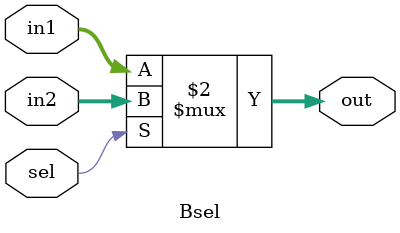
<source format=v>
`timescale 1ns / 1ps
module WRsel(
    input [4:0] in_1,
	 input [4:0] in_2,
	 input [1:0] sel,
	 output reg [4:0] out
    );
	 always@(*) begin
	     case(sel)
		      2'b00:begin
				    out <= in_1;
				end
				2'b01:begin
				    out <= in_2;
				end
				2'b10:begin
				    out <= 5'b0000;
				end
		  endcase
	 end


endmodule


module WDsel(
    input [1:0] sel,
	 input [31:0] ALUout,
	 input [31:0] DMout,
	 input [31:0] pc_4,
	 output reg [31:0] out
	 );
	 always@(*)begin
	     case(sel)
		      2'b00:out <= ALUout;
				2'b01:out <= DMout;
				2'b10:out <= pc_4;
		  endcase
	 end


endmodule


module Bsel(
    input sel,
	 input [31:0] in1,
	 input [31:0] in2,
	 output [31:0] out
	 );
	 assign out = (sel == 0)?in1:in2;
	 
endmodule


</source>
